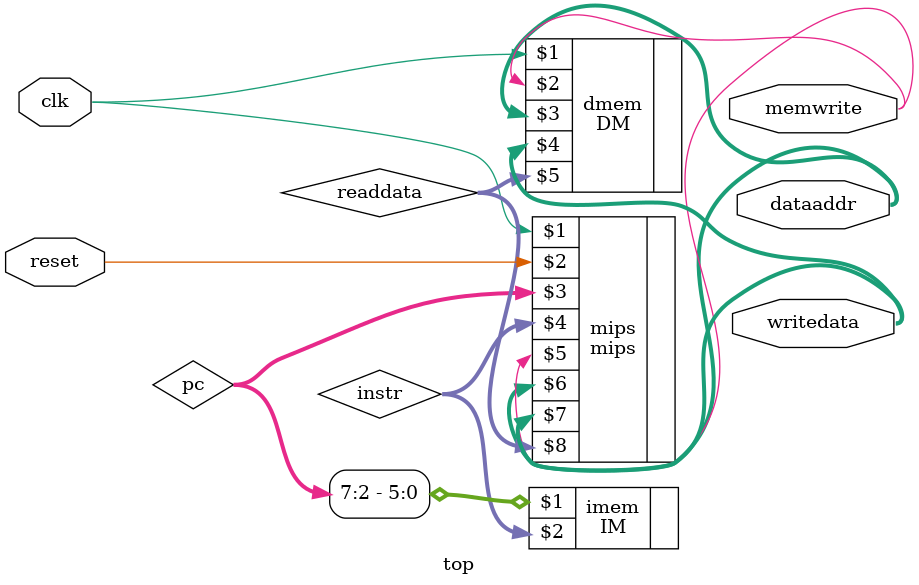
<source format=v>
`timescale 1ns / 1ps

module top(clk, reset, writedata, dataaddr, memwrite);
  input clk, reset;
  output [31:0] writedata, dataaddr;
  output memwrite;
  
  wire [31:0] pc, instr, readdata;
  
  mips mips(clk, reset, pc, instr, memwrite, dataaddr, writedata, readdata);
  IM imem(pc[7:2], instr);
  DM dmem(clk, memwrite, dataaddr, writedata, readdata);
  
endmodule

</source>
